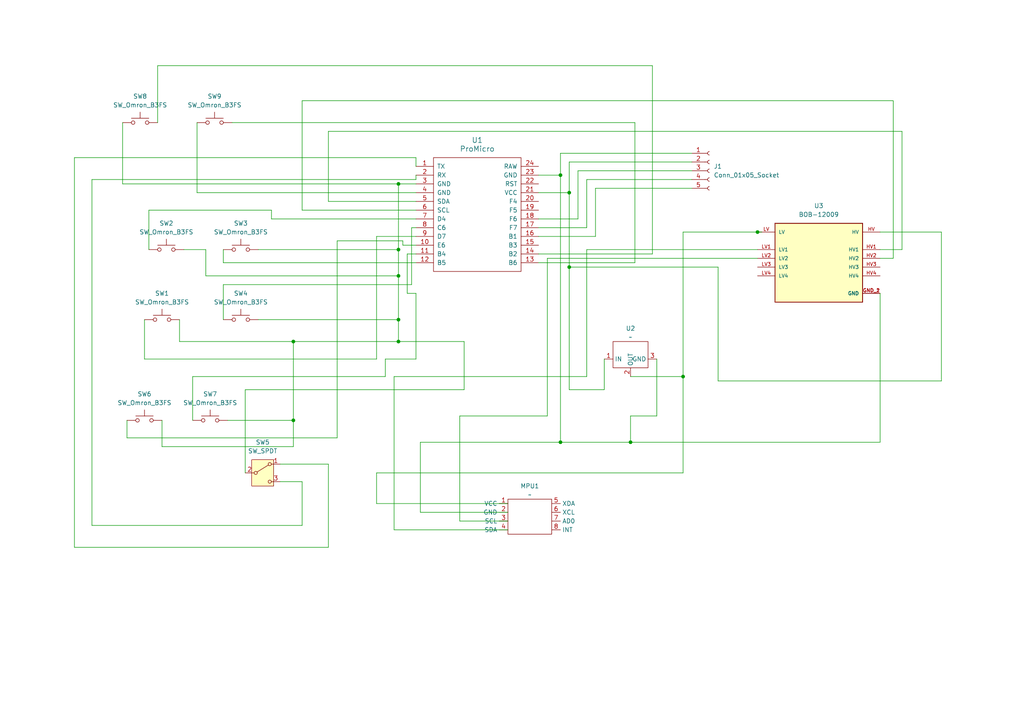
<source format=kicad_sch>
(kicad_sch (version 20231120) (generator "eeschema") (generator_version "8.0")
  (paper "A4")
  (lib_symbols
    (symbol "3.3v Voltage Regulator:3.3v_Regulator"
      (property "Reference" "U" (at 0 0 0))
      (symbol "3.3v_Regulator_0_1"
        (rectangle (start -5.08 5.08) (end 5.08 -2.54))
      )
      (symbol "3.3v_Regulator_1_1"
        (pin input line (at -7.62 0 0) (length 2.54) (name "IN") (number "1"))
        (pin output line (at 0 -5.08 90) (length 2.54) (name "OUT") (number "2"))
        (pin passive line (at 7.62 0 180) (length 2.54) (name "GND") (number "3"))
      )
    )
    (symbol "3.3v Voltage Regulator:MPU6050_Accelerometer"
      (property "Reference" "MPU6050" (at 0 0 0))
      (symbol "MPU6050_Accelerometer_0_1"
        (rectangle (start -6.35 5.08) (end 6.35 -5.08))
      )
      (symbol "MPU6050_Accelerometer_1_1"
        (pin input line (at -6.35 3.81 180) (length 2.54) (name "VCC") (number "1"))
        (pin input line (at -6.35 1.27 180) (length 2.54) (name "GND") (number "2"))
        (pin input line (at -6.35 -1.27 180) (length 2.54) (name "SCL") (number "3"))
        (pin input line (at -6.35 -3.81 180) (length 2.54) (name "SDA") (number "4"))
        (pin input line (at 6.35 3.81 0) (length 2.54) (name "XDA") (number "5"))
        (pin input line (at 6.35 1.27 0) (length 2.54) (name "XCL") (number "6"))
        (pin input line (at 6.35 -1.27 0) (length 2.54) (name "AD0") (number "7"))
        (pin input line (at 6.35 -3.81 0) (length 2.54) (name "INT") (number "8"))
      )
    )
    (symbol "Connector:Conn_01x05_Socket" (pin_names (offset 1.016) hide)
      (property "Reference" "J" (at 0 7.62 0))
      (property "Value" "Conn_01x05_Socket" (at 0 -7.62 0))
      (symbol "Conn_01x05_Socket_1_1"
        (arc (start 0 -4.572) (mid -0.5058 -5.08) (end 0 -5.588) (stroke (width 0.1524)))
        (arc (start 0 -2.032) (mid -0.5058 -2.54) (end 0 -3.048) (stroke (width 0.1524)))
        (polyline (pts (xy -1.27 -5.08) (xy -0.508 -5.08)) (stroke (width 0.1524)))
        (polyline (pts (xy -1.27 -2.54) (xy -0.508 -2.54)) (stroke (width 0.1524)))
        (polyline (pts (xy -1.27 0) (xy -0.508 0)) (stroke (width 0.1524)))
        (polyline (pts (xy -1.27 2.54) (xy -0.508 2.54)) (stroke (width 0.1524)))
        (polyline (pts (xy -1.27 5.08) (xy -0.508 5.08)) (stroke (width 0.1524)))
        (arc (start 0 0.508) (mid -0.5058 0) (end 0 -0.508) (stroke (width 0.1524)))
        (arc (start 0 3.048) (mid -0.5058 2.54) (end 0 2.032) (stroke (width 0.1524)))
        (arc (start 0 5.588) (mid -0.5058 5.08) (end 0 4.572) (stroke (width 0.1524)))
        (pin passive line (at -5.08 5.08 0) (length 3.81) (name "Pin_1") (number "1"))
        (pin passive line (at -5.08 2.54 0) (length 3.81) (name "Pin_2") (number "2"))
        (pin passive line (at -5.08 0 0) (length 3.81) (name "Pin_3") (number "3"))
        (pin passive line (at -5.08 -2.54 0) (length 3.81) (name "Pin_4") (number "4"))
        (pin passive line (at -5.08 -5.08 0) (length 3.81) (name "Pin_5") (number "5"))
      )
    )
    (symbol "Logic Converter:BOB-12009" (pin_names (offset 1.016))
      (property "Reference" "U" (at -12.7 11.43 0))
      (property "Value" "BOB-12009" (at -12.7 -15.24 0))
      (symbol "BOB-12009_0_0"
        (rectangle (start -12.7 -12.7) (end 12.7 10.16) (stroke (width 0.254)) (fill (type background)))
        (pin power_in line (at 17.78 -10.16 180) (length 5.08) (name "GND") (number "GND_1"))
        (pin power_in line (at 17.78 -10.16 180) (length 5.08) (name "GND") (number "GND_2"))
        (pin bidirectional line (at 17.78 7.62 180) (length 5.08) (name "HV") (number "HV"))
        (pin bidirectional line (at 17.78 2.54 180) (length 5.08) (name "HV1") (number "HV1"))
        (pin bidirectional line (at 17.78 0 180) (length 5.08) (name "HV2") (number "HV2"))
        (pin bidirectional line (at 17.78 -2.54 180) (length 5.08) (name "HV3") (number "HV3"))
        (pin bidirectional line (at 17.78 -5.08 180) (length 5.08) (name "HV4") (number "HV4"))
        (pin bidirectional line (at -17.78 7.62 0) (length 5.08) (name "LV") (number "LV"))
        (pin bidirectional line (at -17.78 2.54 0) (length 5.08) (name "LV1") (number "LV1"))
        (pin bidirectional line (at -17.78 0 0) (length 5.08) (name "LV2") (number "LV2"))
        (pin bidirectional line (at -17.78 -2.54 0) (length 5.08) (name "LV3") (number "LV3"))
        (pin bidirectional line (at -17.78 -5.08 0) (length 5.08) (name "LV4") (number "LV4"))
      )
    )
    (symbol "Switch:SW_Omron_B3FS" (pin_numbers hide) (pin_names (offset 1.016) hide)
      (property "Reference" "SW" (at 1.27 2.54 0))
      (property "Value" "SW_Omron_B3FS" (at 0 -1.524 0))
      (symbol "SW_Omron_B3FS_0_1"
        (circle (center -2.032 0) (radius 0.508))
        (polyline (pts (xy 0 1.27) (xy 0 3.048)))
        (polyline (pts (xy 2.54 1.27) (xy -2.54 1.27)))
        (circle (center 2.032 0) (radius 0.508))
        (pin passive line (at -5.08 0 0) (length 2.54) (name "1") (number "1"))
        (pin passive line (at 5.08 0 180) (length 2.54) (name "2") (number "2"))
      )
    )
    (symbol "Switch:SW_SPDT" (pin_names (offset 0) hide)
      (property "Reference" "SW" (at 0 5.08 0))
      (property "Value" "SW_SPDT" (at 0 -5.08 0))
      (symbol "SW_SPDT_0_1"
        (circle (center -2.032 0) (radius 0.4572))
        (polyline (pts (xy -1.651 0.254) (xy 1.651 2.286)))
        (circle (center 2.032 -2.54) (radius 0.4572))
        (circle (center 2.032 2.54) (radius 0.4572))
      )
      (symbol "SW_SPDT_1_1"
        (rectangle (start -3.175 3.81) (end 3.175 -3.81) (fill (type background)))
        (pin passive line (at 5.08 2.54 180) (length 2.54) (name "A") (number "1"))
        (pin passive line (at -5.08 0 0) (length 2.54) (name "B") (number "2"))
        (pin passive line (at 5.08 -2.54 180) (length 2.54) (name "C") (number "3"))
      )
    )
    (symbol "promicro:ProMicro" (pin_names (offset 1.016))
      (property "Reference" "U" (at 0 24.13 0))
      (property "Value" "ProMicro" (at 0 -13.97 0))
      (symbol "ProMicro_0_1"
        (rectangle (start -12.7 21.59) (end 12.7 -11.43))
      )
      (symbol "ProMicro_1_1"
        (pin bidirectional line (at -17.78 19.05 0) (length 5.08) (name "TX") (number "1"))
        (pin bidirectional line (at -17.78 -3.81 0) (length 5.08) (name "E6") (number "10"))
        (pin bidirectional line (at -17.78 -6.35 0) (length 5.08) (name "B4") (number "11"))
        (pin bidirectional line (at -17.78 -8.89 0) (length 5.08) (name "B5") (number "12"))
        (pin bidirectional line (at 17.78 -8.89 180) (length 5.08) (name "B6") (number "13"))
        (pin bidirectional line (at 17.78 -6.35 180) (length 5.08) (name "B2") (number "14"))
        (pin bidirectional line (at 17.78 -3.81 180) (length 5.08) (name "B3") (number "15"))
        (pin bidirectional line (at 17.78 -1.27 180) (length 5.08) (name "B1") (number "16"))
        (pin bidirectional line (at 17.78 1.27 180) (length 5.08) (name "F7") (number "17"))
        (pin bidirectional line (at 17.78 3.81 180) (length 5.08) (name "F6") (number "18"))
        (pin bidirectional line (at 17.78 6.35 180) (length 5.08) (name "F5") (number "19"))
        (pin bidirectional line (at -17.78 16.51 0) (length 5.08) (name "RX") (number "2"))
        (pin bidirectional line (at 17.78 8.89 180) (length 5.08) (name "F4") (number "20"))
        (pin power_in line (at 17.78 11.43 180) (length 5.08) (name "VCC") (number "21"))
        (pin input line (at 17.78 13.97 180) (length 5.08) (name "RST") (number "22"))
        (pin power_in line (at 17.78 16.51 180) (length 5.08) (name "GND") (number "23"))
        (pin power_out line (at 17.78 19.05 180) (length 5.08) (name "RAW") (number "24"))
        (pin power_in line (at -17.78 13.97 0) (length 5.08) (name "GND") (number "3"))
        (pin power_in line (at -17.78 11.43 0) (length 5.08) (name "GND") (number "4"))
        (pin bidirectional line (at -17.78 8.89 0) (length 5.08) (name "SDA") (number "5"))
        (pin bidirectional line (at -17.78 6.35 0) (length 5.08) (name "SCL") (number "6"))
        (pin bidirectional line (at -17.78 3.81 0) (length 5.08) (name "D4") (number "7"))
        (pin bidirectional line (at -17.78 1.27 0) (length 5.08) (name "C6") (number "8"))
        (pin bidirectional line (at -17.78 -1.27 0) (length 5.08) (name "D7") (number "9"))
      )
    )
  )
  (junction (at 182.88 128.27))
  (junction (at 85.09 121.92))
  (junction (at 165.1 55.88))
  (junction (at 219.71 67.31))
  (junction (at 198.12 109.22))
  (junction (at 162.56 50.8))
  (junction (at 115.57 72.39))
  (junction (at 85.09 99.06))
  (junction (at 115.57 80.01))
  (junction (at 115.57 53.34))
  (junction (at 115.57 99.06))
  (junction (at 115.57 92.71))
  (junction (at 165.1 77.47))
  (junction (at 162.56 128.27))
  (wire (pts (xy 182.88 120.65) (xy 182.88 128.27)))
  (wire (pts (xy 64.77 76.2) (xy 120.65 76.2)))
  (wire (pts (xy 172.72 68.58) (xy 156.21 68.58)))
  (wire (pts (xy 200.66 54.61) (xy 172.72 54.61)))
  (wire (pts (xy 87.63 60.96) (xy 87.63 29.21)))
  (wire (pts (xy 120.65 104.14) (xy 120.65 85.09)))
  (wire (pts (xy 198.12 137.16) (xy 198.12 109.22)))
  (wire (pts (xy 67.31 35.56) (xy 184.15 35.56)))
  (wire (pts (xy 74.93 92.71) (xy 115.57 92.71)))
  (wire (pts (xy 208.28 77.47) (xy 208.28 110.49)))
  (wire (pts (xy 158.75 74.93) (xy 158.75 120.65)))
  (wire (pts (xy 109.22 146.05) (xy 147.32 146.05)))
  (wire (pts (xy 109.22 137.16) (xy 198.12 137.16)))
  (wire (pts (xy 182.88 109.22) (xy 198.12 109.22)))
  (wire (pts (xy 259.08 29.21) (xy 259.08 74.93)))
  (wire (pts (xy 273.05 110.49) (xy 273.05 67.31)))
  (wire (pts (xy 120.65 85.09) (xy 118.11 85.09)))
  (wire (pts (xy 81.28 139.7) (xy 87.63 139.7)))
  (wire (pts (xy 115.57 53.34) (xy 120.65 53.34)))
  (wire (pts (xy 64.77 92.71) (xy 64.77 82.55)))
  (wire (pts (xy 95.25 58.42) (xy 95.25 38.1)))
  (wire (pts (xy 133.35 120.65) (xy 133.35 151.13)))
  (wire (pts (xy 95.25 38.1) (xy 261.62 38.1)))
  (wire (pts (xy 255.27 85.09) (xy 255.27 128.27)))
  (wire (pts (xy 109.22 146.05) (xy 109.22 137.16)))
  (wire (pts (xy 190.5 120.65) (xy 190.5 104.14)))
  (wire (pts (xy 175.26 104.14) (xy 175.26 113.03)))
  (wire (pts (xy 87.63 29.21) (xy 259.08 29.21)))
  (wire (pts (xy 261.62 38.1) (xy 261.62 72.39)))
  (wire (pts (xy 111.76 109.22) (xy 111.76 104.14)))
  (wire (pts (xy 21.59 45.72) (xy 120.65 45.72)))
  (wire (pts (xy 53.34 72.39) (xy 59.69 72.39)))
  (wire (pts (xy 165.1 46.99) (xy 165.1 55.88)))
  (wire (pts (xy 114.3 109.22) (xy 114.3 153.67)))
  (wire (pts (xy 115.57 92.71) (xy 115.57 99.06)))
  (wire (pts (xy 219.71 72.39) (xy 170.18 72.39)))
  (wire (pts (xy 109.22 68.58) (xy 120.65 68.58)))
  (wire (pts (xy 165.1 77.47) (xy 165.1 113.03)))
  (wire (pts (xy 182.88 120.65) (xy 190.5 120.65)))
  (wire (pts (xy 71.12 113.03) (xy 134.62 113.03)))
  (wire (pts (xy 114.3 153.67) (xy 147.32 153.67)))
  (wire (pts (xy 120.65 45.72) (xy 120.65 48.26)))
  (wire (pts (xy 167.64 49.53) (xy 167.64 63.5)))
  (wire (pts (xy 45.72 19.05) (xy 189.23 19.05)))
  (wire (pts (xy 118.11 73.66) (xy 120.65 73.66)))
  (wire (pts (xy 170.18 72.39) (xy 170.18 109.22)))
  (wire (pts (xy 85.09 129.54) (xy 85.09 121.92)))
  (wire (pts (xy 119.38 82.55) (xy 119.38 66.04)))
  (wire (pts (xy 81.28 134.62) (xy 95.25 134.62)))
  (wire (pts (xy 59.69 80.01) (xy 115.57 80.01)))
  (wire (pts (xy 41.91 92.71) (xy 41.91 104.14)))
  (wire (pts (xy 184.15 76.2) (xy 156.21 76.2)))
  (wire (pts (xy 109.22 104.14) (xy 109.22 68.58)))
  (wire (pts (xy 46.99 121.92) (xy 46.99 129.54)))
  (wire (pts (xy 200.66 52.07) (xy 170.18 52.07)))
  (wire (pts (xy 57.15 35.56) (xy 57.15 55.88)))
  (wire (pts (xy 64.77 72.39) (xy 64.77 76.2)))
  (wire (pts (xy 189.23 73.66) (xy 156.21 73.66)))
  (wire (pts (xy 57.15 55.88) (xy 120.65 55.88)))
  (wire (pts (xy 26.67 152.4) (xy 26.67 52.07)))
  (wire (pts (xy 78.74 60.96) (xy 78.74 63.5)))
  (wire (pts (xy 165.1 55.88) (xy 165.1 77.47)))
  (wire (pts (xy 170.18 109.22) (xy 114.3 109.22)))
  (wire (pts (xy 200.66 46.99) (xy 165.1 46.99)))
  (wire (pts (xy 170.18 52.07) (xy 170.18 66.04)))
  (wire (pts (xy 55.88 109.22) (xy 111.76 109.22)))
  (wire (pts (xy 71.12 137.16) (xy 71.12 113.03)))
  (wire (pts (xy 97.79 127) (xy 97.79 69.85)))
  (wire (pts (xy 119.38 66.04) (xy 120.65 66.04)))
  (wire (pts (xy 208.28 110.49) (xy 273.05 110.49)))
  (wire (pts (xy 36.83 121.92) (xy 36.83 127)))
  (wire (pts (xy 162.56 50.8) (xy 162.56 128.27)))
  (wire (pts (xy 167.64 63.5) (xy 156.21 63.5)))
  (wire (pts (xy 35.56 35.56) (xy 35.56 53.34)))
  (wire (pts (xy 200.66 49.53) (xy 167.64 49.53)))
  (wire (pts (xy 158.75 120.65) (xy 133.35 120.65)))
  (wire (pts (xy 219.71 67.31) (xy 220.98 67.31)))
  (wire (pts (xy 45.72 35.56) (xy 45.72 19.05)))
  (wire (pts (xy 261.62 72.39) (xy 255.27 72.39)))
  (wire (pts (xy 172.72 54.61) (xy 172.72 68.58)))
  (wire (pts (xy 189.23 19.05) (xy 189.23 73.66)))
  (wire (pts (xy 85.09 99.06) (xy 115.57 99.06)))
  (wire (pts (xy 35.56 53.34) (xy 115.57 53.34)))
  (wire (pts (xy 121.92 128.27) (xy 121.92 148.59)))
  (wire (pts (xy 115.57 72.39) (xy 115.57 80.01)))
  (wire (pts (xy 115.57 53.34) (xy 115.57 72.39)))
  (wire (pts (xy 255.27 128.27) (xy 182.88 128.27)))
  (wire (pts (xy 46.99 129.54) (xy 85.09 129.54)))
  (wire (pts (xy 78.74 63.5) (xy 120.65 63.5)))
  (wire (pts (xy 133.35 151.13) (xy 147.32 151.13)))
  (wire (pts (xy 165.1 113.03) (xy 175.26 113.03)))
  (wire (pts (xy 115.57 80.01) (xy 115.57 92.71)))
  (wire (pts (xy 74.93 72.39) (xy 115.57 72.39)))
  (wire (pts (xy 64.77 82.55) (xy 119.38 82.55)))
  (wire (pts (xy 55.88 121.92) (xy 55.88 109.22)))
  (wire (pts (xy 97.79 69.85) (xy 116.84 69.85)))
  (wire (pts (xy 116.84 69.85) (xy 116.84 71.12)))
  (wire (pts (xy 162.56 44.45) (xy 162.56 50.8)))
  (wire (pts (xy 120.65 52.07) (xy 120.65 50.8)))
  (wire (pts (xy 36.83 127) (xy 97.79 127)))
  (wire (pts (xy 156.21 55.88) (xy 165.1 55.88)))
  (wire (pts (xy 59.69 72.39) (xy 59.69 80.01)))
  (wire (pts (xy 170.18 66.04) (xy 156.21 66.04)))
  (wire (pts (xy 118.11 85.09) (xy 118.11 73.66)))
  (wire (pts (xy 121.92 128.27) (xy 162.56 128.27)))
  (wire (pts (xy 134.62 99.06) (xy 115.57 99.06)))
  (wire (pts (xy 198.12 67.31) (xy 198.12 109.22)))
  (wire (pts (xy 85.09 121.92) (xy 85.09 99.06)))
  (wire (pts (xy 87.63 139.7) (xy 87.63 152.4)))
  (wire (pts (xy 43.18 60.96) (xy 78.74 60.96)))
  (wire (pts (xy 162.56 128.27) (xy 182.88 128.27)))
  (wire (pts (xy 184.15 35.56) (xy 184.15 76.2)))
  (wire (pts (xy 95.25 134.62) (xy 95.25 158.75)))
  (wire (pts (xy 66.04 121.92) (xy 85.09 121.92)))
  (wire (pts (xy 52.07 99.06) (xy 85.09 99.06)))
  (wire (pts (xy 120.65 60.96) (xy 87.63 60.96)))
  (wire (pts (xy 87.63 152.4) (xy 26.67 152.4)))
  (wire (pts (xy 200.66 44.45) (xy 162.56 44.45)))
  (wire (pts (xy 116.84 71.12) (xy 120.65 71.12)))
  (wire (pts (xy 273.05 67.31) (xy 255.27 67.31)))
  (wire (pts (xy 156.21 50.8) (xy 162.56 50.8)))
  (wire (pts (xy 165.1 77.47) (xy 208.28 77.47)))
  (wire (pts (xy 121.92 148.59) (xy 147.32 148.59)))
  (wire (pts (xy 198.12 67.31) (xy 219.71 67.31)))
  (wire (pts (xy 21.59 45.72) (xy 21.59 158.75)))
  (wire (pts (xy 259.08 74.93) (xy 255.27 74.93)))
  (wire (pts (xy 120.65 58.42) (xy 95.25 58.42)))
  (wire (pts (xy 52.07 92.71) (xy 52.07 99.06)))
  (wire (pts (xy 41.91 104.14) (xy 109.22 104.14)))
  (wire (pts (xy 95.25 158.75) (xy 21.59 158.75)))
  (wire (pts (xy 111.76 104.14) (xy 120.65 104.14)))
  (wire (pts (xy 26.67 52.07) (xy 120.65 52.07)))
  (wire (pts (xy 219.71 74.93) (xy 158.75 74.93)))
  (wire (pts (xy 43.18 72.39) (xy 43.18 60.96)))
  (wire (pts (xy 134.62 113.03) (xy 134.62 99.06)))
  (symbol (lib_id "Switch:SW_Omron_B3FS") (at 40.64 35.56 0) (unit 1)
    (property "Reference" "SW8" (at 40.64 27.94 0))
    (property "Value" "SW_Omron_B3FS" (at 40.64 30.48 0))
    (property "Footprint" "Button_Switch_THT:SW_PUSH-12mm" (effects (hide yes)))
    (property "Datasheet" "https://omronfs.omron.com/en_US/ecb/products/pdf/en-b3fs.pdf" (effects (hide yes)))
    (property "Description" "Omron B3FS 6x6mm single pole normally-open tactile switch" (effects (hide yes)))
  )
  (symbol (lib_id "Switch:SW_Omron_B3FS") (at 46.99 92.71 0) (unit 1)
    (property "Reference" "SW1" (at 46.99 85.09 0))
    (property "Value" "SW_Omron_B3FS" (at 46.99 87.63 0))
    (property "Footprint" "Button_Switch_THT:SW_PUSH-12mm" (effects (hide yes)))
    (property "Datasheet" "https://omronfs.omron.com/en_US/ecb/products/pdf/en-b3fs.pdf" (effects (hide yes)))
    (property "Description" "Omron B3FS 6x6mm single pole normally-open tactile switch" (effects (hide yes)))
  )
  (symbol (lib_id "Switch:SW_Omron_B3FS") (at 69.85 72.39 0) (unit 1)
    (property "Reference" "SW3" (at 69.85 64.77 0))
    (property "Value" "SW_Omron_B3FS" (at 69.85 67.31 0))
    (property "Footprint" "Button_Switch_THT:SW_PUSH-12mm" (effects (hide yes)))
    (property "Datasheet" "https://omronfs.omron.com/en_US/ecb/products/pdf/en-b3fs.pdf" (effects (hide yes)))
    (property "Description" "Omron B3FS 6x6mm single pole normally-open tactile switch" (effects (hide yes)))
  )
  (symbol (lib_id "Switch:SW_Omron_B3FS") (at 60.96 121.92 0) (unit 1)
    (property "Reference" "SW7" (at 60.96 114.3 0))
    (property "Value" "SW_Omron_B3FS" (at 60.96 116.84 0))
    (property "Footprint" "Button_Switch_THT:SW_PUSH-12mm" (effects (hide yes)))
    (property "Datasheet" "https://omronfs.omron.com/en_US/ecb/products/pdf/en-b3fs.pdf" (effects (hide yes)))
    (property "Description" "Omron B3FS 6x6mm single pole normally-open tactile switch" (effects (hide yes)))
  )
  (symbol (lib_id "3.3v Voltage Regulator:3.3v_Regulator") (at 182.88 104.14 0) (unit 1)
    (property "Reference" "U2" (at 182.88 95.25 0))
    (property "Value" "~" (at 182.88 97.79 0))
    (property "Footprint" "Library:3.3v InOutGnd Voltage Regulator" (effects (hide yes)))
  )
  (symbol (lib_id "Switch:SW_Omron_B3FS") (at 69.85 92.71 0) (unit 1)
    (property "Reference" "SW4" (at 69.85 85.09 0))
    (property "Value" "SW_Omron_B3FS" (at 69.85 87.63 0))
    (property "Footprint" "Button_Switch_THT:SW_PUSH-12mm" (effects (hide yes)))
    (property "Datasheet" "https://omronfs.omron.com/en_US/ecb/products/pdf/en-b3fs.pdf" (effects (hide yes)))
    (property "Description" "Omron B3FS 6x6mm single pole normally-open tactile switch" (effects (hide yes)))
  )
  (symbol (lib_id "Switch:SW_Omron_B3FS") (at 62.23 35.56 0) (unit 1)
    (property "Reference" "SW9" (at 62.23 27.94 0))
    (property "Value" "SW_Omron_B3FS" (at 62.23 30.48 0))
    (property "Footprint" "Button_Switch_THT:SW_PUSH-12mm" (effects (hide yes)))
    (property "Datasheet" "https://omronfs.omron.com/en_US/ecb/products/pdf/en-b3fs.pdf" (effects (hide yes)))
    (property "Description" "Omron B3FS 6x6mm single pole normally-open tactile switch" (effects (hide yes)))
  )
  (symbol (lib_id "Connector:Conn_01x05_Socket") (at 205.74 49.53 0) (unit 1)
    (property "Reference" "J1" (at 207.01 48.2599 0) (effects (justify left)))
    (property "Value" "Conn_01x05_Socket" (at 207.01 50.7999 0) (effects (justify left)))
    (property "Footprint" "Connector_PinSocket_2.54mm:PinSocket_1x05_P2.54mm_Vertical" (effects (hide yes)))
    (property "Description" "Generic connector, single row, 01x05, script generated" (effects (hide yes)))
  )
  (symbol (lib_id "Switch:SW_SPDT") (at 76.2 137.16 0) (unit 1)
    (property "Reference" "SW5" (at 76.2 128.27 0))
    (property "Value" "SW_SPDT" (at 76.2 130.81 0))
    (property "Footprint" "Library:SS12D00G SPDT Micro Switch" (effects (hide yes)))
    (property "Description" "Switch, single pole double throw" (effects (hide yes)))
  )
  (symbol (lib_id "promicro:ProMicro") (at 138.43 67.31 0) (unit 1)
    (property "Reference" "U1" (at 138.43 40.64 0) (effects (font (size 1.524 1.524))))
    (property "Value" "ProMicro" (at 138.43 43.18 0) (effects (font (size 1.524 1.524))))
    (property "Footprint" "ProMicroFootprint:ARDUINO_PRO_MICRO" (effects (hide yes)))
  )
  (symbol (lib_id "Switch:SW_Omron_B3FS") (at 41.91 121.92 0) (unit 1)
    (property "Reference" "SW6" (at 41.91 114.3 0))
    (property "Value" "SW_Omron_B3FS" (at 41.91 116.84 0))
    (property "Footprint" "Button_Switch_THT:SW_PUSH-12mm" (effects (hide yes)))
    (property "Datasheet" "https://omronfs.omron.com/en_US/ecb/products/pdf/en-b3fs.pdf" (effects (hide yes)))
    (property "Description" "Omron B3FS 6x6mm single pole normally-open tactile switch" (effects (hide yes)))
  )
  (symbol (lib_id "Switch:SW_Omron_B3FS") (at 48.26 72.39 0) (unit 1)
    (property "Reference" "SW2" (at 48.26 64.77 0))
    (property "Value" "SW_Omron_B3FS" (at 48.26 67.31 0))
    (property "Footprint" "Button_Switch_THT:SW_PUSH-12mm" (effects (hide yes)))
    (property "Datasheet" "https://omronfs.omron.com/en_US/ecb/products/pdf/en-b3fs.pdf" (effects (hide yes)))
    (property "Description" "Omron B3FS 6x6mm single pole normally-open tactile switch" (effects (hide yes)))
  )
  (symbol (lib_id "Logic Converter:BOB-12009") (at 237.49 74.93 0) (unit 1)
    (property "Reference" "U3" (at 237.49 59.69 0))
    (property "Value" "BOB-12009" (at 237.49 62.23 0))
    (property "Footprint" "Logic Converter:CONV_BOB-12009" (effects (hide yes)))
    (property "MF" "SparkFun" (effects (hide yes)))
    (property "MAXIMUM_PACKAGE_HEIGHT" "N/A" (effects (hide yes)))
    (property "Package" "None" (effects (hide yes)))
    (property "Price" "None" (effects (hide yes)))
    (property "Check_prices" "https://www.snapeda.com/parts/BOB-12009/SparkFun+Electronics/view-part/?ref=eda" (effects (hide yes)))
    (property "STANDARD" "Manufacturer Recommendations" (effects (hide yes)))
    (property "PARTREV" "01" (effects (hide yes)))
    (property "SnapEDA_Link" "https://www.snapeda.com/parts/BOB-12009/SparkFun+Electronics/view-part/?ref=snap" (effects (hide yes)))
    (property "MP" "BOB-12009" (effects (hide yes)))
    (property "Purchase-URL" "https://www.snapeda.com/api/url_track_click_mouser/?unipart_id=551764&manufacturer=SparkFun&part_name=BOB-12009&search_term=None" (effects (hide yes)))
    (property "Description_1" "\nBSS138 Logic-Level Translator Interface Evaluation Board\n" (effects (hide yes)))
    (property "Availability" "In Stock" (effects (hide yes)))
    (property "MANUFACTURER" "SparkFun Electronics" (effects (hide yes)))
  )
  (symbol (lib_id "3.3v Voltage Regulator:MPU6050_Accelerometer") (at 153.67 149.86 0) (unit 1)
    (property "Reference" "MPU1" (at 153.67 140.97 0))
    (property "Value" "~" (at 153.67 143.51 0))
    (property "Footprint" "Library:MPU6050 Accelerometer" (effects (hide yes)))
  )
)
</source>
